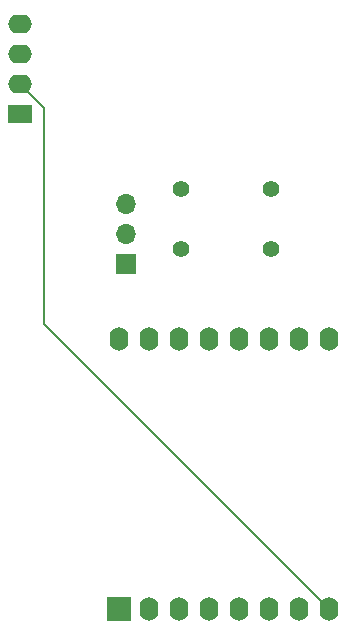
<source format=gbr>
%TF.GenerationSoftware,KiCad,Pcbnew,8.0.9-unknown-202502181922~c4009544a9~ubuntu24.04.1*%
%TF.CreationDate,2025-05-25T20:50:33-05:00*%
%TF.ProjectId,Pressure Reporter,50726573-7375-4726-9520-5265706f7274,rev?*%
%TF.SameCoordinates,Original*%
%TF.FileFunction,Copper,L2,Bot*%
%TF.FilePolarity,Positive*%
%FSLAX46Y46*%
G04 Gerber Fmt 4.6, Leading zero omitted, Abs format (unit mm)*
G04 Created by KiCad (PCBNEW 8.0.9-unknown-202502181922~c4009544a9~ubuntu24.04.1) date 2025-05-25 20:50:33*
%MOMM*%
%LPD*%
G01*
G04 APERTURE LIST*
%TA.AperFunction,ComponentPad*%
%ADD10R,1.700000X1.700000*%
%TD*%
%TA.AperFunction,ComponentPad*%
%ADD11O,1.700000X1.700000*%
%TD*%
%TA.AperFunction,ComponentPad*%
%ADD12R,2.000000X2.000000*%
%TD*%
%TA.AperFunction,ComponentPad*%
%ADD13O,1.600000X2.000000*%
%TD*%
%TA.AperFunction,ComponentPad*%
%ADD14C,1.397000*%
%TD*%
%TA.AperFunction,ComponentPad*%
%ADD15R,2.000000X1.600000*%
%TD*%
%TA.AperFunction,ComponentPad*%
%ADD16O,2.000000X1.600000*%
%TD*%
%TA.AperFunction,Conductor*%
%ADD17C,0.200000*%
%TD*%
G04 APERTURE END LIST*
D10*
%TO.P,U2,1,Vcc*%
%TO.N,Net-(U1-5V)*%
X158595000Y-83345000D03*
D11*
%TO.P,U2,2,GND*%
%TO.N,Earth*%
X158595000Y-80805000D03*
%TO.P,U2,3,Vout*%
%TO.N,Net-(U2-Vout)*%
X158595000Y-78265000D03*
%TD*%
D12*
%TO.P,U1,1,~{RST}*%
%TO.N,unconnected-(U1-~{RST}-Pad1)*%
X157980000Y-112550000D03*
D13*
%TO.P,U1,2,A0*%
%TO.N,Net-(U1-A0)*%
X160520000Y-112550000D03*
%TO.P,U1,3,D0*%
%TO.N,unconnected-(U1-D0-Pad3)*%
X163060000Y-112550000D03*
%TO.P,U1,4,SCK/D5*%
%TO.N,Net-(U1-SCK{slash}D5)*%
X165600000Y-112550000D03*
%TO.P,U1,5,MISO/D6*%
%TO.N,unconnected-(U1-MISO{slash}D6-Pad5)*%
X168140000Y-112550000D03*
%TO.P,U1,6,MOSI/D7*%
%TO.N,unconnected-(U1-MOSI{slash}D7-Pad6)*%
X170680000Y-112550000D03*
%TO.P,U1,7,CS/D8*%
%TO.N,unconnected-(U1-CS{slash}D8-Pad7)*%
X173220000Y-112550000D03*
%TO.P,U1,8,3V3*%
%TO.N,Net-(DISP1-Vcc)*%
X175760000Y-112550000D03*
%TO.P,U1,9,5V*%
%TO.N,Net-(U1-5V)*%
X175760000Y-89690000D03*
%TO.P,U1,10,GND*%
%TO.N,Earth*%
X173220000Y-89690000D03*
%TO.P,U1,11,D4*%
%TO.N,Net-(U1-D4)*%
X170680000Y-89690000D03*
%TO.P,U1,12,D3*%
%TO.N,unconnected-(U1-D3-Pad12)*%
X168140000Y-89690000D03*
%TO.P,U1,13,SDA/D2*%
%TO.N,Net-(DISP1-SDA)*%
X165600000Y-89690000D03*
%TO.P,U1,14,SCL/D1*%
%TO.N,Net-(DISP1-SCL)*%
X163060000Y-89690000D03*
%TO.P,U1,15,RX*%
%TO.N,unconnected-(U1-RX-Pad15)*%
X160520000Y-89690000D03*
%TO.P,U1,16,TX*%
%TO.N,unconnected-(U1-TX-Pad16)*%
X157980000Y-89690000D03*
%TD*%
D14*
%TO.P,SW1,1,1*%
%TO.N,Net-(U1-SCK{slash}D5)*%
X163250000Y-77030000D03*
X170870000Y-77030000D03*
%TO.P,SW1,2,2*%
%TO.N,Earth*%
X170870000Y-82110000D03*
X163250000Y-82110000D03*
%TD*%
D15*
%TO.P,DISP1,1,Gnd*%
%TO.N,Earth*%
X149610000Y-70640000D03*
D16*
%TO.P,DISP1,2,Vcc*%
%TO.N,Net-(DISP1-Vcc)*%
X149610000Y-68100000D03*
%TO.P,DISP1,3,SCL*%
%TO.N,Net-(DISP1-SCL)*%
X149610000Y-65560000D03*
%TO.P,DISP1,4,SDA*%
%TO.N,Net-(DISP1-SDA)*%
X149610000Y-63020000D03*
%TD*%
D17*
%TO.N,Net-(DISP1-Vcc)*%
X175760000Y-112550000D02*
X151630000Y-88420000D01*
X151630000Y-88420000D02*
X151630000Y-70120000D01*
X151630000Y-70120000D02*
X149610000Y-68100000D01*
%TD*%
M02*

</source>
